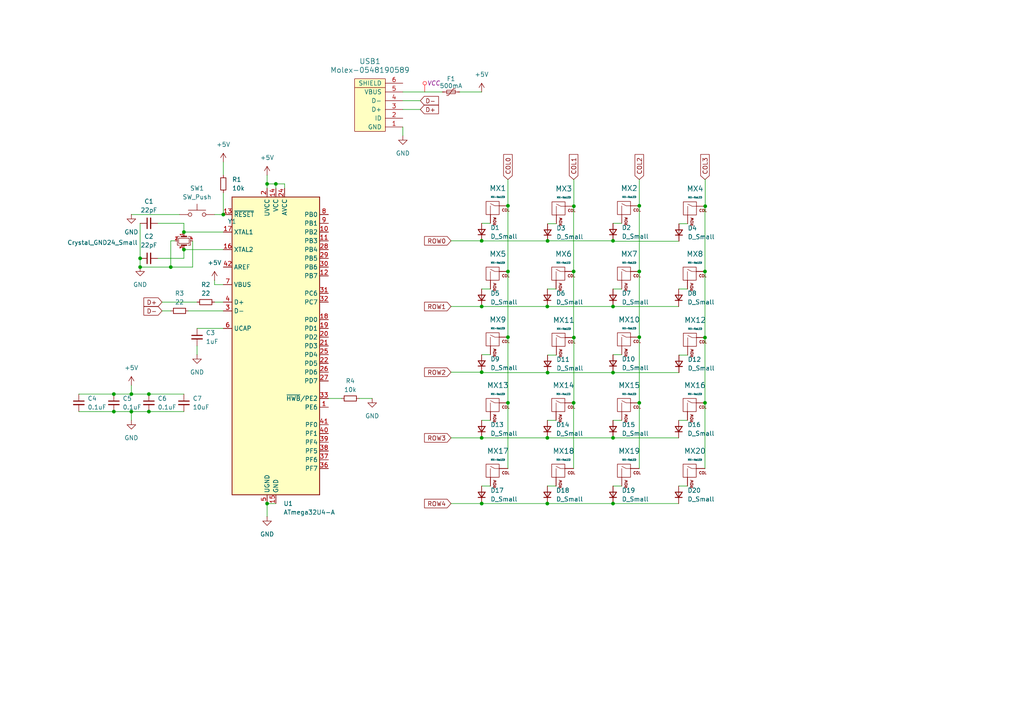
<source format=kicad_sch>
(kicad_sch (version 20231120) (generator "eeschema") (generator_version "8.0")
  (paper "A4")
  (lib_symbols
    (symbol "Device:C_Small" (pin_numbers hide) (pin_names (offset 0.254) hide)
      (property "Reference" "C" (at 0.254 1.778 0))
      (property "Value" "C_Small" (at 0.254 -2.032 0))
      (symbol "C_Small_0_1"
        (polyline (pts (xy -1.524 -0.508) (xy 1.524 -0.508)) (stroke (width 0.3302)))
        (polyline (pts (xy -1.524 0.508) (xy 1.524 0.508)) (stroke (width 0.3048)))
      )
      (symbol "C_Small_1_1"
        (pin passive line (at 0 2.54 270) (length 2.032) (name "~") (number "1"))
        (pin passive line (at 0 -2.54 90) (length 2.032) (name "~") (number "2"))
      )
    )
    (symbol "Device:Crystal_GND24_Small" (pin_names (offset 1.016) hide)
      (property "Reference" "Y" (at 1.27 4.445 0))
      (property "Value" "Crystal_GND24_Small" (at 1.27 2.54 0))
      (symbol "Crystal_GND24_Small_0_1"
        (rectangle (start -0.762 -1.524) (end 0.762 1.524))
        (polyline (pts (xy -1.27 -0.762) (xy -1.27 0.762)) (stroke (width 0.381)))
        (polyline (pts (xy 1.27 -0.762) (xy 1.27 0.762)) (stroke (width 0.381)))
        (polyline (pts (xy -1.27 -1.27) (xy -1.27 -1.905) (xy 1.27 -1.905) (xy 1.27 -1.27)))
        (polyline (pts (xy -1.27 1.27) (xy -1.27 1.905) (xy 1.27 1.905) (xy 1.27 1.27)))
      )
      (symbol "Crystal_GND24_Small_1_1"
        (pin passive line (at -2.54 0 0) (length 1.27) (name "1") (number "1"))
        (pin passive line (at 0 -2.54 90) (length 0.635) (name "2") (number "2"))
        (pin passive line (at 2.54 0 180) (length 1.27) (name "3") (number "3"))
        (pin passive line (at 0 2.54 270) (length 0.635) (name "4") (number "4"))
      )
    )
    (symbol "Device:D_Small" (pin_numbers hide) (pin_names (offset 0.254) hide)
      (property "Reference" "D" (at -1.27 2.032 0))
      (property "Value" "D_Small" (at -3.81 -2.032 0))
      (symbol "D_Small_0_1"
        (polyline (pts (xy -0.762 -1.016) (xy -0.762 1.016)) (stroke (width 0.254)))
        (polyline (pts (xy -0.762 0) (xy 0.762 0)))
        (polyline (pts (xy 0.762 -1.016) (xy -0.762 0) (xy 0.762 1.016) (xy 0.762 -1.016)) (stroke (width 0.254)))
      )
      (symbol "D_Small_1_1"
        (pin passive line (at -2.54 0 0) (length 1.778) (name "K") (number "1"))
        (pin passive line (at 2.54 0 180) (length 1.778) (name "A") (number "2"))
      )
    )
    (symbol "Device:Polyfuse_Small" (pin_numbers hide) (pin_names (offset 0))
      (property "Reference" "F" (at -1.905 0 90))
      (property "Value" "Polyfuse_Small" (at 1.905 0 90))
      (symbol "Polyfuse_Small_0_1"
        (rectangle (start -0.508 1.27) (end 0.508 -1.27))
        (polyline (pts (xy 0 2.54) (xy 0 -2.54)))
        (polyline (pts (xy -1.016 1.27) (xy -1.016 0.762) (xy 1.016 -0.762) (xy 1.016 -1.27)))
      )
      (symbol "Polyfuse_Small_1_1"
        (pin passive line (at 0 2.54 270) (length 0.635) (name "~") (number "1"))
        (pin passive line (at 0 -2.54 90) (length 0.635) (name "~") (number "2"))
      )
    )
    (symbol "Device:R_Small" (pin_numbers hide) (pin_names (offset 0.254) hide)
      (property "Reference" "R" (at 0.762 0.508 0))
      (property "Value" "R_Small" (at 0.762 -1.016 0))
      (symbol "R_Small_0_1"
        (rectangle (start -0.762 1.778) (end 0.762 -1.778) (stroke (width 0.2032)))
      )
      (symbol "R_Small_1_1"
        (pin passive line (at 0 2.54 270) (length 0.762) (name "~") (number "1"))
        (pin passive line (at 0 -2.54 90) (length 0.762) (name "~") (number "2"))
      )
    )
    (symbol "MCU_Microchip_ATmega:ATmega32U4-A"
      (property "Reference" "U" (at -12.7 44.45 0))
      (property "Value" "ATmega32U4-A" (at 2.54 -44.45 0))
      (symbol "ATmega32U4-A_0_1"
        (rectangle (start -12.7 -43.18) (end 12.7 43.18) (stroke (width 0.254)) (fill (type background)))
      )
      (symbol "ATmega32U4-A_1_1"
        (pin bidirectional line (at 15.24 -17.78 180) (length 2.54) (name "PE6") (number "1"))
        (pin bidirectional line (at 15.24 33.02 180) (length 2.54) (name "PB2") (number "10"))
        (pin bidirectional line (at 15.24 30.48 180) (length 2.54) (name "PB3") (number "11"))
        (pin bidirectional line (at 15.24 20.32 180) (length 2.54) (name "PB7") (number "12"))
        (pin input line (at -15.24 38.1 0) (length 2.54) (name "~{RESET}") (number "13"))
        (pin power_in line (at 0 45.72 270) (length 2.54) (name "VCC") (number "14"))
        (pin power_in line (at 0 -45.72 90) (length 2.54) (name "GND") (number "15"))
        (pin output line (at -15.24 27.94 0) (length 2.54) (name "XTAL2") (number "16"))
        (pin input line (at -15.24 33.02 0) (length 2.54) (name "XTAL1") (number "17"))
        (pin bidirectional line (at 15.24 7.62 180) (length 2.54) (name "PD0") (number "18"))
        (pin bidirectional line (at 15.24 5.08 180) (length 2.54) (name "PD1") (number "19"))
        (pin power_in line (at -2.54 45.72 270) (length 2.54) (name "UVCC") (number "2"))
        (pin bidirectional line (at 15.24 2.54 180) (length 2.54) (name "PD2") (number "20"))
        (pin bidirectional line (at 15.24 0 180) (length 2.54) (name "PD3") (number "21"))
        (pin bidirectional line (at 15.24 -5.08 180) (length 2.54) (name "PD5") (number "22"))
        (pin passive line (at 0 -45.72 90) (length 2.54) hide (name "GND") (number "23"))
        (pin power_in line (at 2.54 45.72 270) (length 2.54) (name "AVCC") (number "24"))
        (pin bidirectional line (at 15.24 -2.54 180) (length 2.54) (name "PD4") (number "25"))
        (pin bidirectional line (at 15.24 -7.62 180) (length 2.54) (name "PD6") (number "26"))
        (pin bidirectional line (at 15.24 -10.16 180) (length 2.54) (name "PD7") (number "27"))
        (pin bidirectional line (at 15.24 27.94 180) (length 2.54) (name "PB4") (number "28"))
        (pin bidirectional line (at 15.24 25.4 180) (length 2.54) (name "PB5") (number "29"))
        (pin bidirectional line (at -15.24 10.16 0) (length 2.54) (name "D-") (number "3"))
        (pin bidirectional line (at 15.24 22.86 180) (length 2.54) (name "PB6") (number "30"))
        (pin bidirectional line (at 15.24 15.24 180) (length 2.54) (name "PC6") (number "31"))
        (pin bidirectional line (at 15.24 12.7 180) (length 2.54) (name "PC7") (number "32"))
        (pin bidirectional line (at 15.24 -15.24 180) (length 2.54) (name "~{HWB}/PE2") (number "33"))
        (pin passive line (at 0 45.72 270) (length 2.54) hide (name "VCC") (number "34"))
        (pin passive line (at 0 -45.72 90) (length 2.54) hide (name "GND") (number "35"))
        (pin bidirectional line (at 15.24 -35.56 180) (length 2.54) (name "PF7") (number "36"))
        (pin bidirectional line (at 15.24 -33.02 180) (length 2.54) (name "PF6") (number "37"))
        (pin bidirectional line (at 15.24 -30.48 180) (length 2.54) (name "PF5") (number "38"))
        (pin bidirectional line (at 15.24 -27.94 180) (length 2.54) (name "PF4") (number "39"))
        (pin bidirectional line (at -15.24 12.7 0) (length 2.54) (name "D+") (number "4"))
        (pin bidirectional line (at 15.24 -25.4 180) (length 2.54) (name "PF1") (number "40"))
        (pin bidirectional line (at 15.24 -22.86 180) (length 2.54) (name "PF0") (number "41"))
        (pin passive line (at -15.24 22.86 0) (length 2.54) (name "AREF") (number "42"))
        (pin passive line (at 0 -45.72 90) (length 2.54) hide (name "GND") (number "43"))
        (pin passive line (at 2.54 45.72 270) (length 2.54) hide (name "AVCC") (number "44"))
        (pin passive line (at -2.54 -45.72 90) (length 2.54) (name "UGND") (number "5"))
        (pin passive line (at -15.24 5.08 0) (length 2.54) (name "UCAP") (number "6"))
        (pin input line (at -15.24 17.78 0) (length 2.54) (name "VBUS") (number "7"))
        (pin bidirectional line (at 15.24 38.1 180) (length 2.54) (name "PB0") (number "8"))
        (pin bidirectional line (at 15.24 35.56 180) (length 2.54) (name "PB1") (number "9"))
      )
    )
    (symbol "MX_Alps_Hybrid:MX-NoLED" (pin_names (offset 1.016))
      (property "Reference" "MX" (at -0.635 3.81 0))
      (property "Value" "MX-NoLED" (at -0.635 1.27 0))
      (symbol "MX-NoLED_0_0"
        (rectangle (start -2.54 2.54) (end 1.27 -1.27))
        (polyline (pts (xy -1.27 -1.27) (xy -1.27 1.27)) (stroke (width 0.127)))
        (polyline (pts (xy 1.27 1.27) (xy 0 1.27) (xy -1.27 1.905)) (stroke (width 0.127)))
        (text "COL" (at 3.175 0 0) (effects (font (size 0.762 0.762))))
        (text "ROW" (at 0 -1.905 900) (effects (font (size 0.762 0.762)) (justify right)))
      )
      (symbol "MX-NoLED_1_1"
        (pin passive line (at 3.81 1.27 180) (length 2.54) (name "COL") (number "1"))
        (pin passive line (at -1.27 -3.81 90) (length 2.54) (name "ROW") (number "2"))
      )
    )
    (symbol "Switch:SW_Push" (pin_numbers hide) (pin_names (offset 1.016) hide)
      (property "Reference" "SW" (at 1.27 2.54 0))
      (property "Value" "SW_Push" (at 0 -1.524 0))
      (symbol "SW_Push_0_1"
        (circle (center -2.032 0) (radius 0.508))
        (polyline (pts (xy 0 1.27) (xy 0 3.048)))
        (polyline (pts (xy 2.54 1.27) (xy -2.54 1.27)))
        (circle (center 2.032 0) (radius 0.508))
        (pin passive line (at -5.08 0 0) (length 2.54) (name "1") (number "1"))
        (pin passive line (at 5.08 0 180) (length 2.54) (name "2") (number "2"))
      )
    )
    (symbol "power:+5V" (power) (pin_numbers hide) (pin_names (offset 0) hide)
      (property "Value" "+5V" (at 0 3.556 0))
      (symbol "+5V_0_1"
        (polyline (pts (xy -0.762 1.27) (xy 0 2.54)))
        (polyline (pts (xy 0 0) (xy 0 2.54)))
        (polyline (pts (xy 0 2.54) (xy 0.762 1.27)))
      )
      (symbol "+5V_1_1"
        (pin power_in line (at 0 0 90) (length 0) (name "~") (number "1"))
      )
    )
    (symbol "power:GND" (power) (pin_numbers hide) (pin_names (offset 0) hide)
      (property "Value" "GND" (at 0 -3.81 0))
      (symbol "GND_0_1"
        (polyline (pts (xy 0 0) (xy 0 -1.27) (xy 1.27 -1.27) (xy 0 -2.54) (xy -1.27 -1.27) (xy 0 -1.27)))
      )
      (symbol "GND_1_1"
        (pin power_in line (at 0 0 270) (length 0) (name "~") (number "1"))
      )
    )
    (symbol "random-keyboard-parts:Molex-0548190589" (pin_names (offset 1.016))
      (property "Reference" "USB" (at 0 7.62 0))
      (property "Value" "Molex-0548190589" (at 0 10.16 0))
      (symbol "Molex-0548190589_0_0"
        (polyline (pts (xy 6.35 -2.54) (xy 6.35 6.35)))
        (rectangle (start 8.89 -2.54) (end -6.35 6.35) (fill (type background)))
      )
      (symbol "Molex-0548190589_1_1"
        (pin input line (at -5.08 -7.62 90) (length 5.08) (name "GND") (number "1"))
        (pin input line (at -2.54 -7.62 90) (length 5.08) (name "ID") (number "2"))
        (pin input line (at 0 -7.62 90) (length 5.08) (name "D+") (number "3"))
        (pin input line (at 2.54 -7.62 90) (length 5.08) (name "D-") (number "4"))
        (pin input line (at 5.08 -7.62 90) (length 5.08) (name "VBUS") (number "5"))
        (pin input line (at 7.62 -7.62 90) (length 5.08) (name "SHIELD") (number "6"))
      )
    )
  )
  (junction (at 158.75 127))
  (junction (at 139.7 88.9))
  (junction (at 40.64 74.93))
  (junction (at 185.42 78.74))
  (junction (at 204.5427 59.8122))
  (junction (at 158.8227 69.876))
  (junction (at 80.01 53.34))
  (junction (at 166.37 78.74))
  (junction (at 204.47 78.74))
  (junction (at 139.7 69.85))
  (junction (at 33.02 114.3))
  (junction (at 185.42 116.84))
  (junction (at 53.34 67.31))
  (junction (at 147.32 59.69))
  (junction (at 177.8 69.85))
  (junction (at 158.8227 108.0722))
  (junction (at 177.8 88.9))
  (junction (at 166.4427 59.8122))
  (junction (at 139.7 146.05))
  (junction (at 166.37 116.84))
  (junction (at 64.77 62.23))
  (junction (at 43.18 114.3))
  (junction (at 158.75 88.9))
  (junction (at 38.1 119.38))
  (junction (at 139.7 107.95))
  (junction (at 77.47 146.05))
  (junction (at 166.4427 97.9122))
  (junction (at 40.64 77.47))
  (junction (at 43.18 119.38))
  (junction (at 147.32 97.79))
  (junction (at 177.8 108.0722))
  (junction (at 204.47 97.9122))
  (junction (at 185.42 97.79))
  (junction (at 53.34 72.39))
  (junction (at 158.75 146.05))
  (junction (at 77.47 53.34))
  (junction (at 33.02 119.38))
  (junction (at 139.7 127))
  (junction (at 177.8 146.05))
  (junction (at 147.32 116.84))
  (junction (at 185.42 59.69))
  (junction (at 204.47 116.84))
  (junction (at 49.53 77.47))
  (junction (at 38.1 114.3))
  (junction (at 177.8 127))
  (junction (at 147.32 78.74))
  (wire (pts (xy 204.47 97.9122) (xy 204.47 116.84)))
  (wire (pts (xy 177.8 108.0722) (xy 177.8 107.95)))
  (wire (pts (xy 185.42 116.84) (xy 185.42 135.89)))
  (wire (pts (xy 147.32 116.84) (xy 147.32 135.89)))
  (wire (pts (xy 77.47 146.05) (xy 80.01 146.05)))
  (wire (pts (xy 116.84 29.21) (xy 121.92 29.21)))
  (wire (pts (xy 139.7 88.9) (xy 158.75 88.9)))
  (wire (pts (xy 177.8 127) (xy 196.85 127)))
  (wire (pts (xy 64.77 46.99) (xy 64.77 50.8)))
  (wire (pts (xy 80.01 53.34) (xy 80.01 54.61)))
  (wire (pts (xy 158.8227 108.0722) (xy 139.7 108.0722)))
  (wire (pts (xy 57.15 95.25) (xy 64.77 95.25)))
  (wire (pts (xy 166.4427 116.84) (xy 166.37 116.84)))
  (wire (pts (xy 38.1 114.3) (xy 43.18 114.3)))
  (wire (pts (xy 22.86 114.3) (xy 33.02 114.3)))
  (wire (pts (xy 196.9227 69.9722) (xy 177.8 69.9722)))
  (wire (pts (xy 139.7 102.87) (xy 142.24 102.87)))
  (wire (pts (xy 147.32 59.69) (xy 147.32 78.74)))
  (wire (pts (xy 139.7 121.92) (xy 142.24 121.92)))
  (wire (pts (xy 158.75 127) (xy 177.8 127)))
  (wire (pts (xy 40.64 64.77) (xy 40.64 74.93)))
  (wire (pts (xy 158.8227 108.0722) (xy 177.8 108.0722)))
  (wire (pts (xy 139.7 140.97) (xy 142.24 140.97)))
  (wire (pts (xy 53.34 72.39) (xy 64.77 72.39)))
  (wire (pts (xy 45.72 74.93) (xy 53.34 74.93)))
  (wire (pts (xy 185.42 59.69) (xy 185.42 78.74)))
  (wire (pts (xy 130.81 107.95) (xy 139.7 107.95)))
  (wire (pts (xy 38.1 119.38) (xy 43.18 119.38)))
  (wire (pts (xy 158.75 121.92) (xy 161.29 121.92)))
  (wire (pts (xy 196.9227 102.9922) (xy 199.4627 102.9922)))
  (wire (pts (xy 204.5427 59.8122) (xy 204.5427 52.07)))
  (wire (pts (xy 158.8227 102.9922) (xy 161.3627 102.9922)))
  (wire (pts (xy 82.55 54.61) (xy 82.55 53.34)))
  (wire (pts (xy 166.4427 97.9122) (xy 166.37 97.9122)))
  (wire (pts (xy 158.8227 64.8922) (xy 161.3627 64.8922)))
  (wire (pts (xy 55.88 69.85) (xy 55.88 77.47)))
  (wire (pts (xy 185.42 97.79) (xy 185.42 116.84)))
  (wire (pts (xy 158.8227 69.9722) (xy 158.8227 69.876)))
  (wire (pts (xy 139.7 108.0722) (xy 139.7 107.95)))
  (wire (pts (xy 147.32 78.74) (xy 147.32 97.79)))
  (wire (pts (xy 196.9227 64.8922) (xy 199.4627 64.8922)))
  (wire (pts (xy 104.14 115.57) (xy 107.95 115.57)))
  (wire (pts (xy 54.61 90.17) (xy 64.77 90.17)))
  (wire (pts (xy 204.47 116.84) (xy 204.47 135.89)))
  (wire (pts (xy 204.47 59.8122) (xy 204.5427 59.8122)))
  (wire (pts (xy 196.85 83.82) (xy 199.39 83.82)))
  (wire (pts (xy 53.34 67.31) (xy 64.77 67.31)))
  (wire (pts (xy 139.7 64.77) (xy 142.24 64.77)))
  (wire (pts (xy 116.84 36.83) (xy 116.84 39.37)))
  (wire (pts (xy 177.8 83.82) (xy 180.34 83.82)))
  (wire (pts (xy 62.23 87.63) (xy 64.77 87.63)))
  (wire (pts (xy 130.81 69.85) (xy 139.7 69.85)))
  (wire (pts (xy 38.1 62.23) (xy 52.07 62.23)))
  (wire (pts (xy 166.37 78.74) (xy 166.37 59.8122)))
  (wire (pts (xy 185.42 52.07) (xy 185.42 59.69)))
  (wire (pts (xy 177.8 140.97) (xy 180.34 140.97)))
  (wire (pts (xy 166.37 116.84) (xy 166.37 135.89)))
  (wire (pts (xy 196.85 140.97) (xy 199.39 140.97)))
  (wire (pts (xy 196.85 121.92) (xy 199.39 121.92)))
  (wire (pts (xy 158.8227 69.876) (xy 139.7 69.876)))
  (wire (pts (xy 139.7 83.82) (xy 142.24 83.82)))
  (wire (pts (xy 177.8 102.87) (xy 180.34 102.87)))
  (wire (pts (xy 204.47 78.74) (xy 204.47 59.8122)))
  (wire (pts (xy 139.7 127) (xy 158.75 127)))
  (wire (pts (xy 185.42 78.74) (xy 185.42 97.79)))
  (wire (pts (xy 38.1 111.76) (xy 38.1 114.3)))
  (wire (pts (xy 40.64 77.47) (xy 49.53 77.47)))
  (wire (pts (xy 95.25 115.57) (xy 99.06 115.57)))
  (wire (pts (xy 38.1 119.38) (xy 38.1 121.92)))
  (wire (pts (xy 147.32 97.79) (xy 147.32 116.84)))
  (wire (pts (xy 130.81 88.9) (xy 139.7 88.9)))
  (wire (pts (xy 166.4427 97.9122) (xy 166.4427 116.84)))
  (wire (pts (xy 43.18 119.38) (xy 53.34 119.38)))
  (wire (pts (xy 158.75 146.05) (xy 177.8 146.05)))
  (wire (pts (xy 130.81 146.05) (xy 139.7 146.05)))
  (wire (pts (xy 166.37 59.8122) (xy 166.4427 59.8122)))
  (wire (pts (xy 45.72 64.77) (xy 53.34 64.77)))
  (wire (pts (xy 77.47 53.34) (xy 77.47 54.61)))
  (wire (pts (xy 158.75 83.82) (xy 161.29 83.82)))
  (wire (pts (xy 158.8227 69.85) (xy 177.8 69.85)))
  (wire (pts (xy 139.7 69.876) (xy 139.7 69.85)))
  (wire (pts (xy 116.84 26.67) (xy 128.27 26.67)))
  (wire (pts (xy 62.23 81.28) (xy 62.23 82.55)))
  (wire (pts (xy 77.47 146.05) (xy 77.47 149.86)))
  (wire (pts (xy 177.8 146.05) (xy 196.85 146.05)))
  (wire (pts (xy 204.47 97.9122) (xy 204.5427 97.9122)))
  (wire (pts (xy 64.77 82.55) (xy 62.23 82.55)))
  (wire (pts (xy 166.4427 59.8122) (xy 166.4427 52.07)))
  (wire (pts (xy 130.81 127) (xy 139.7 127)))
  (wire (pts (xy 196.9227 108.0722) (xy 177.8 108.0722)))
  (wire (pts (xy 177.8 88.9) (xy 196.85 88.9)))
  (wire (pts (xy 22.86 119.38) (xy 33.02 119.38)))
  (wire (pts (xy 53.34 67.31) (xy 53.34 64.77)))
  (wire (pts (xy 33.02 119.38) (xy 38.1 119.38)))
  (wire (pts (xy 166.37 97.9122) (xy 166.37 78.74)))
  (wire (pts (xy 50.8 69.85) (xy 49.53 69.85)))
  (wire (pts (xy 177.8 69.9722) (xy 177.8 69.85)))
  (wire (pts (xy 82.55 53.34) (xy 80.01 53.34)))
  (wire (pts (xy 40.64 74.93) (xy 40.64 77.47)))
  (wire (pts (xy 158.8227 69.876) (xy 158.8227 69.85)))
  (wire (pts (xy 177.8 121.92) (xy 180.34 121.92)))
  (wire (pts (xy 49.53 69.85) (xy 49.53 77.47)))
  (wire (pts (xy 33.02 114.3) (xy 38.1 114.3)))
  (wire (pts (xy 53.34 72.39) (xy 53.34 74.93)))
  (wire (pts (xy 133.35 26.67) (xy 139.7 26.67)))
  (wire (pts (xy 147.32 52.07) (xy 147.32 59.69)))
  (wire (pts (xy 116.84 31.75) (xy 121.92 31.75)))
  (wire (pts (xy 139.7 146.05) (xy 158.75 146.05)))
  (wire (pts (xy 177.8 64.77) (xy 180.34 64.77)))
  (wire (pts (xy 64.77 55.88) (xy 64.77 62.23)))
  (wire (pts (xy 204.47 52.07) (xy 204.5427 52.07)))
  (wire (pts (xy 158.75 88.9) (xy 177.8 88.9)))
  (wire (pts (xy 80.01 53.34) (xy 77.47 53.34)))
  (wire (pts (xy 158.75 140.97) (xy 161.29 140.97)))
  (wire (pts (xy 62.23 62.23) (xy 64.77 62.23)))
  (wire (pts (xy 166.37 52.07) (xy 166.4427 52.07)))
  (wire (pts (xy 49.53 77.47) (xy 55.88 77.47)))
  (wire (pts (xy 57.15 100.33) (xy 57.15 102.87)))
  (wire (pts (xy 204.47 78.74) (xy 204.47 97.9122)))
  (wire (pts (xy 77.47 50.8) (xy 77.47 53.34)))
  (wire (pts (xy 46.99 90.17) (xy 49.53 90.17)))
  (wire (pts (xy 46.99 87.63) (xy 57.15 87.63)))
  (wire (pts (xy 43.18 114.3) (xy 53.34 114.3)))
  (global_label "COL0" (shape input) (at 147.32 52.07 90) (property "Intersheetrefs" "${INTERSHEET_REFS}" (effects (hide yes))))
  (global_label "D+" (shape input) (at 121.92 31.75 0) (property "Intersheetrefs" "${INTERSHEET_REFS}" (effects (hide yes))))
  (global_label "D+" (shape input) (at 46.99 87.63 180) (property "Intersheetrefs" "${INTERSHEET_REFS}" (effects (hide yes))))
  (global_label "ROW4" (shape input) (at 130.81 146.05 180) (property "Intersheetrefs" "${INTERSHEET_REFS}" (effects (hide yes))))
  (global_label "ROW3" (shape input) (at 130.81 127 180) (property "Intersheetrefs" "${INTERSHEET_REFS}" (effects (hide yes))))
  (global_label "ROW2" (shape input) (at 130.81 107.95 180) (property "Intersheetrefs" "${INTERSHEET_REFS}" (effects (hide yes))))
  (global_label "COL1" (shape input) (at 166.37 52.07 90) (property "Intersheetrefs" "${INTERSHEET_REFS}" (effects (hide yes))))
  (global_label "ROW1" (shape input) (at 130.81 88.9 180) (property "Intersheetrefs" "${INTERSHEET_REFS}" (effects (hide yes))))
  (global_label "COL2" (shape input) (at 185.42 52.07 90) (property "Intersheetrefs" "${INTERSHEET_REFS}" (effects (hide yes))))
  (global_label "COL3" (shape input) (at 204.47 52.07 90) (property "Intersheetrefs" "${INTERSHEET_REFS}" (effects (hide yes))))
  (global_label "D-" (shape input) (at 46.99 90.17 180) (property "Intersheetrefs" "${INTERSHEET_REFS}" (effects (hide yes))))
  (global_label "ROW0" (shape input) (at 130.81 69.85 180) (property "Intersheetrefs" "${INTERSHEET_REFS}" (effects (hide yes))))
  (global_label "D-" (shape input) (at 121.92 29.21 0) (property "Intersheetrefs" "${INTERSHEET_REFS}" (effects (hide yes))))
  (netclass_flag "" (length 2.54) (shape round) (at 123.19 26.67 0) (property "Netclass" "VCC" (at 123.8885 24.13 0) (effects (font (italic yes)) (justify left))))
  (symbol (lib_id "MX_Alps_Hybrid:MX-NoLED") (at 181.61 80.01 0) (unit 1)
    (property "Reference" "MX7" (at 182.5052 73.66 0) (effects (font (size 1.524 1.524))))
    (property "Value" "MX-NoLED" (at 182.5052 76.2 0) (effects (font (size 0.508 0.508))))
    (property "Footprint" "Resistor_SMD:R_0805_2012Metric" (effects (hide yes)))
  )
  (symbol (lib_id "MX_Alps_Hybrid:MX-NoLED") (at 200.66 80.01 0) (unit 1)
    (property "Reference" "MX8" (at 201.5552 73.66 0) (effects (font (size 1.524 1.524))))
    (property "Value" "MX-NoLED" (at 201.5552 76.2 0) (effects (font (size 0.508 0.508))))
    (property "Footprint" "Resistor_SMD:R_0805_2012Metric" (effects (hide yes)))
  )
  (symbol (lib_id "Device:R_Small") (at 59.69 87.63 90) (unit 1)
    (property "Reference" "R2" (at 59.69 82.55 90))
    (property "Value" "22" (at 59.69 85.09 90))
    (property "Footprint" "Resistor_SMD:R_0805_2012Metric" (effects (hide yes)))
    (property "Description" "Resistor, small symbol" (effects (hide yes)))
  )
  (symbol (lib_id "Device:D_Small") (at 196.85 86.36 90) (unit 1)
    (property "Reference" "D8" (at 199.39 85.0899 90) (effects (justify right)))
    (property "Value" "D_Small" (at 199.39 87.6299 90) (effects (justify right)))
    (property "Footprint" "Diode_SMD:D_SOD-123" (effects (hide yes)))
    (property "Description" "Diode, small symbol" (effects (hide yes)))
    (property "Sim.Device" "D" (effects (hide yes)))
    (property "Sim.Pins" "1=K 2=A" (effects (hide yes)))
  )
  (symbol (lib_id "Device:C_Small") (at 43.18 116.84 0) (unit 1)
    (property "Reference" "C6" (at 45.72 115.5762 0) (effects (justify left)))
    (property "Value" "0.1uF" (at 45.72 118.1162 0) (effects (justify left)))
    (property "Footprint" "Capacitor_SMD:C_0805_2012Metric" (effects (hide yes)))
    (property "Description" "Unpolarized capacitor, small symbol" (effects (hide yes)))
  )
  (symbol (lib_id "Device:C_Small") (at 43.18 64.77 90) (unit 1)
    (property "Reference" "C1" (at 43.1863 58.42 90))
    (property "Value" "22pF" (at 43.1863 60.96 90))
    (property "Footprint" "Capacitor_SMD:C_0805_2012Metric" (effects (hide yes)))
    (property "Description" "Unpolarized capacitor, small symbol" (effects (hide yes)))
  )
  (symbol (lib_id "power:+5V") (at 77.47 50.8 0) (unit 1)
    (property "Reference" "#PWR04" (effects (hide yes)))
    (property "Value" "+5V" (at 77.47 45.72 0))
    (property "Description" "Power symbol creates a global label with name \"+5V\"" (effects (hide yes)))
  )
  (symbol (lib_id "MX_Alps_Hybrid:MX-NoLED") (at 143.51 99.06 0) (unit 1)
    (property "Reference" "MX9" (at 144.4052 92.71 0) (effects (font (size 1.524 1.524))))
    (property "Value" "MX-NoLED" (at 144.4052 95.25 0) (effects (font (size 0.508 0.508))))
    (property "Footprint" "Resistor_SMD:R_0805_2012Metric" (effects (hide yes)))
  )
  (symbol (lib_id "Device:C_Small") (at 22.86 116.84 0) (unit 1)
    (property "Reference" "C4" (at 25.4 115.5762 0) (effects (justify left)))
    (property "Value" "0.1uF" (at 25.4 118.1162 0) (effects (justify left)))
    (property "Footprint" "Capacitor_SMD:C_0805_2012Metric" (effects (hide yes)))
    (property "Description" "Unpolarized capacitor, small symbol" (effects (hide yes)))
  )
  (symbol (lib_id "power:+5V") (at 62.23 81.28 0) (unit 1)
    (property "Reference" "#PWR07" (effects (hide yes)))
    (property "Value" "+5V" (at 62.23 76.2 0))
    (property "Description" "Power symbol creates a global label with name \"+5V\"" (effects (hide yes)))
  )
  (symbol (lib_id "MX_Alps_Hybrid:MX-NoLED") (at 162.6327 61.0822 0) (unit 1)
    (property "Reference" "MX3" (at 163.5279 54.7322 0) (effects (font (size 1.524 1.524))))
    (property "Value" "MX-NoLED" (at 163.5279 57.2722 0) (effects (font (size 0.508 0.508))))
    (property "Footprint" "Resistor_SMD:R_0805_2012Metric" (effects (hide yes)))
  )
  (symbol (lib_id "Device:R_Small") (at 101.6 115.57 90) (unit 1)
    (property "Reference" "R4" (at 101.6 110.49 90))
    (property "Value" "10k" (at 101.6 113.03 90))
    (property "Footprint" "Resistor_SMD:R_0805_2012Metric" (effects (hide yes)))
    (property "Description" "Resistor, small symbol" (effects (hide yes)))
  )
  (symbol (lib_id "MX_Alps_Hybrid:MX-NoLED") (at 162.56 80.01 0) (unit 1)
    (property "Reference" "MX6" (at 163.4552 73.66 0) (effects (font (size 1.524 1.524))))
    (property "Value" "MX-NoLED" (at 163.4552 76.2 0) (effects (font (size 0.508 0.508))))
    (property "Footprint" "Resistor_SMD:R_0805_2012Metric" (effects (hide yes)))
  )
  (symbol (lib_id "MX_Alps_Hybrid:MX-NoLED") (at 200.7327 99.1822 0) (unit 1)
    (property "Reference" "MX12" (at 201.6279 92.8322 0) (effects (font (size 1.524 1.524))))
    (property "Value" "MX-NoLED" (at 201.6279 95.3722 0) (effects (font (size 0.508 0.508))))
    (property "Footprint" "Resistor_SMD:R_0805_2012Metric" (effects (hide yes)))
  )
  (symbol (lib_id "MX_Alps_Hybrid:MX-NoLED") (at 181.61 118.11 0) (unit 1)
    (property "Reference" "MX15" (at 182.5052 111.76 0) (effects (font (size 1.524 1.524))))
    (property "Value" "MX-NoLED" (at 182.5052 114.3 0) (effects (font (size 0.508 0.508))))
    (property "Footprint" "Resistor_SMD:R_0805_2012Metric" (effects (hide yes)))
  )
  (symbol (lib_id "power:+5V") (at 139.7 26.67 0) (unit 1)
    (property "Reference" "#PWR01" (effects (hide yes)))
    (property "Value" "+5V" (at 139.7 21.59 0))
    (property "Description" "Power symbol creates a global label with name \"+5V\"" (effects (hide yes)))
  )
  (symbol (lib_id "Device:D_Small") (at 177.8 105.41 90) (unit 1)
    (property "Reference" "D10" (at 180.34 104.1399 90) (effects (justify right)))
    (property "Value" "D_Small" (at 180.34 106.6799 90) (effects (justify right)))
    (property "Footprint" "Diode_SMD:D_SOD-123" (effects (hide yes)))
    (property "Description" "Diode, small symbol" (effects (hide yes)))
    (property "Sim.Device" "D" (effects (hide yes)))
    (property "Sim.Pins" "1=K 2=A" (effects (hide yes)))
  )
  (symbol (lib_id "MX_Alps_Hybrid:MX-NoLED") (at 181.61 99.06 0) (unit 1)
    (property "Reference" "MX10" (at 182.5052 92.71 0) (effects (font (size 1.524 1.524))))
    (property "Value" "MX-NoLED" (at 182.5052 95.25 0) (effects (font (size 0.508 0.508))))
    (property "Footprint" "Resistor_SMD:R_0805_2012Metric" (effects (hide yes)))
  )
  (symbol (lib_id "Device:D_Small") (at 196.9227 105.5322 90) (unit 1)
    (property "Reference" "D12" (at 199.4627 104.2621 90) (effects (justify right)))
    (property "Value" "D_Small" (at 199.4627 106.8021 90) (effects (justify right)))
    (property "Footprint" "Diode_SMD:D_SOD-123" (effects (hide yes)))
    (property "Description" "Diode, small symbol" (effects (hide yes)))
    (property "Sim.Device" "D" (effects (hide yes)))
    (property "Sim.Pins" "1=K 2=A" (effects (hide yes)))
  )
  (symbol (lib_id "MX_Alps_Hybrid:MX-NoLED") (at 200.66 118.11 0) (unit 1)
    (property "Reference" "MX16" (at 201.5552 111.76 0) (effects (font (size 1.524 1.524))))
    (property "Value" "MX-NoLED" (at 201.5552 114.3 0) (effects (font (size 0.508 0.508))))
    (property "Footprint" "Resistor_SMD:R_0805_2012Metric" (effects (hide yes)))
  )
  (symbol (lib_id "Device:D_Small") (at 196.85 143.51 90) (unit 1)
    (property "Reference" "D20" (at 199.39 142.2399 90) (effects (justify right)))
    (property "Value" "D_Small" (at 199.39 144.7799 90) (effects (justify right)))
    (property "Footprint" "Diode_SMD:D_SOD-123" (effects (hide yes)))
    (property "Description" "Diode, small symbol" (effects (hide yes)))
    (property "Sim.Device" "D" (effects (hide yes)))
    (property "Sim.Pins" "1=K 2=A" (effects (hide yes)))
  )
  (symbol (lib_id "Device:Polyfuse_Small") (at 130.81 26.67 90) (unit 1)
    (property "Reference" "F1" (at 130.81 22.86 90))
    (property "Value" "500mA" (at 130.81 24.892 90))
    (property "Footprint" "Fuse:Fuse_1206_3216Metric" (effects (hide yes)))
    (property "Description" "Resettable fuse, polymeric positive temperature coefficient, small symbol" (effects (hide yes)))
  )
  (symbol (lib_id "Device:D_Small") (at 158.8227 67.4322 90) (unit 1)
    (property "Reference" "D3" (at 161.3627 66.1621 90) (effects (justify right)))
    (property "Value" "D_Small" (at 161.3627 68.7021 90) (effects (justify right)))
    (property "Footprint" "Diode_SMD:D_SOD-123" (effects (hide yes)))
    (property "Description" "Diode, small symbol" (effects (hide yes)))
    (property "Sim.Device" "D" (effects (hide yes)))
    (property "Sim.Pins" "1=K 2=A" (effects (hide yes)))
  )
  (symbol (lib_id "Device:D_Small") (at 158.8227 105.5322 90) (unit 1)
    (property "Reference" "D11" (at 161.3627 104.2621 90) (effects (justify right)))
    (property "Value" "D_Small" (at 161.3627 106.8021 90) (effects (justify right)))
    (property "Footprint" "Diode_SMD:D_SOD-123" (effects (hide yes)))
    (property "Description" "Diode, small symbol" (effects (hide yes)))
    (property "Sim.Device" "D" (effects (hide yes)))
    (property "Sim.Pins" "1=K 2=A" (effects (hide yes)))
  )
  (symbol (lib_id "power:GND") (at 38.1 62.23 0) (unit 1)
    (property "Reference" "#PWR05" (effects (hide yes)))
    (property "Value" "GND" (at 38.1 67.31 0))
    (property "Description" "Power symbol creates a global label with name \"GND\" , ground" (effects (hide yes)))
  )
  (symbol (lib_id "Device:D_Small") (at 196.9227 67.4322 90) (unit 1)
    (property "Reference" "D4" (at 199.4627 66.1621 90) (effects (justify right)))
    (property "Value" "D_Small" (at 199.4627 68.7021 90) (effects (justify right)))
    (property "Footprint" "Diode_SMD:D_SOD-123" (effects (hide yes)))
    (property "Description" "Diode, small symbol" (effects (hide yes)))
    (property "Sim.Device" "D" (effects (hide yes)))
    (property "Sim.Pins" "1=K 2=A" (effects (hide yes)))
  )
  (symbol (lib_id "MCU_Microchip_ATmega:ATmega32U4-A") (at 80.01 100.33 0) (unit 1)
    (property "Reference" "U1" (at 82.2041 146.05 0) (effects (justify left)))
    (property "Value" "ATmega32U4-A" (at 82.2041 148.59 0) (effects (justify left)))
    (property "Footprint" "Package_QFP:TQFP-44_10x10mm_P0.8mm" (effects (hide yes)))
    (property "Datasheet" "http://ww1.microchip.com/downloads/en/DeviceDoc/Atmel-7766-8-bit-AVR-ATmega16U4-32U4_Datasheet.pdf" (effects (hide yes)))
    (property "Description" "16MHz, 32kB Flash, 2.5kB SRAM, 1kB EEPROM, USB 2.0, TQFP-44" (effects (hide yes)))
  )
  (symbol (lib_id "random-keyboard-parts:Molex-0548190589") (at 109.22 31.75 90) (unit 1)
    (property "Reference" "USB1" (at 107.315 17.78 90) (effects (font (size 1.524 1.524))))
    (property "Value" "Molex-0548190589" (at 107.315 20.32 90) (effects (font (size 1.524 1.524))))
    (property "Footprint" "random-keyboard-parts:Molex-0548190589" (effects (hide yes)))
  )
  (symbol (lib_id "Device:D_Small") (at 177.8 124.46 90) (unit 1)
    (property "Reference" "D15" (at 180.34 123.1899 90) (effects (justify right)))
    (property "Value" "D_Small" (at 180.34 125.7299 90) (effects (justify right)))
    (property "Footprint" "Diode_SMD:D_SOD-123" (effects (hide yes)))
    (property "Description" "Diode, small symbol" (effects (hide yes)))
    (property "Sim.Device" "D" (effects (hide yes)))
    (property "Sim.Pins" "1=K 2=A" (effects (hide yes)))
  )
  (symbol (lib_id "MX_Alps_Hybrid:MX-NoLED") (at 143.51 137.16 0) (unit 1)
    (property "Reference" "MX17" (at 144.4052 130.81 0) (effects (font (size 1.524 1.524))))
    (property "Value" "MX-NoLED" (at 144.4052 133.35 0) (effects (font (size 0.508 0.508))))
    (property "Footprint" "Resistor_SMD:R_0805_2012Metric" (effects (hide yes)))
  )
  (symbol (lib_id "MX_Alps_Hybrid:MX-NoLED") (at 200.7327 61.0822 0) (unit 1)
    (property "Reference" "MX4" (at 201.6279 54.7322 0) (effects (font (size 1.524 1.524))))
    (property "Value" "MX-NoLED" (at 201.6279 57.2722 0) (effects (font (size 0.508 0.508))))
    (property "Footprint" "Resistor_SMD:R_0805_2012Metric" (effects (hide yes)))
  )
  (symbol (lib_id "power:GND") (at 107.95 115.57 0) (unit 1)
    (property "Reference" "#PWR010" (effects (hide yes)))
    (property "Value" "GND" (at 107.95 120.65 0))
    (property "Description" "Power symbol creates a global label with name \"GND\" , ground" (effects (hide yes)))
  )
  (symbol (lib_id "MX_Alps_Hybrid:MX-NoLED") (at 143.51 80.01 0) (unit 1)
    (property "Reference" "MX5" (at 144.4052 73.66 0) (effects (font (size 1.524 1.524))))
    (property "Value" "MX-NoLED" (at 144.4052 76.2 0) (effects (font (size 0.508 0.508))))
    (property "Footprint" "Resistor_SMD:R_0805_2012Metric" (effects (hide yes)))
  )
  (symbol (lib_id "Switch:SW_Push") (at 57.15 62.23 0) (unit 1)
    (property "Reference" "SW1" (at 57.15 54.61 0))
    (property "Value" "SW_Push" (at 57.15 57.15 0))
    (property "Footprint" "random-keyboard-parts:SKQG-1155865" (effects (hide yes)))
    (property "Description" "Push button switch, generic, two pins" (effects (hide yes)))
  )
  (symbol (lib_id "Device:C_Small") (at 33.02 116.84 0) (unit 1)
    (property "Reference" "C5" (at 35.56 115.5762 0) (effects (justify left)))
    (property "Value" "0.1uF" (at 35.56 118.1162 0) (effects (justify left)))
    (property "Footprint" "Capacitor_SMD:C_0805_2012Metric" (effects (hide yes)))
    (property "Description" "Unpolarized capacitor, small symbol" (effects (hide yes)))
  )
  (symbol (lib_id "power:GND") (at 77.47 149.86 0) (unit 1)
    (property "Reference" "#PWR012" (effects (hide yes)))
    (property "Value" "GND" (at 77.47 154.94 0))
    (property "Description" "Power symbol creates a global label with name \"GND\" , ground" (effects (hide yes)))
  )
  (symbol (lib_id "Device:R_Small") (at 64.77 53.34 0) (unit 1)
    (property "Reference" "R1" (at 67.31 52.0699 0) (effects (justify left)))
    (property "Value" "10k" (at 67.31 54.6099 0) (effects (justify left)))
    (property "Footprint" "Resistor_SMD:R_0805_2012Metric" (effects (hide yes)))
    (property "Description" "Resistor, small symbol" (effects (hide yes)))
  )
  (symbol (lib_id "power:GND") (at 116.84 39.37 0) (unit 1)
    (property "Reference" "#PWR02" (effects (hide yes)))
    (property "Value" "GND" (at 116.84 44.45 0))
    (property "Description" "Power symbol creates a global label with name \"GND\" , ground" (effects (hide yes)))
  )
  (symbol (lib_id "Device:D_Small") (at 196.85 124.46 90) (unit 1)
    (property "Reference" "D16" (at 199.39 123.1899 90) (effects (justify right)))
    (property "Value" "D_Small" (at 199.39 125.7299 90) (effects (justify right)))
    (property "Footprint" "Diode_SMD:D_SOD-123" (effects (hide yes)))
    (property "Description" "Diode, small symbol" (effects (hide yes)))
    (property "Sim.Device" "D" (effects (hide yes)))
    (property "Sim.Pins" "1=K 2=A" (effects (hide yes)))
  )
  (symbol (lib_id "Device:D_Small") (at 139.7 143.51 90) (unit 1)
    (property "Reference" "D17" (at 142.24 142.2399 90) (effects (justify right)))
    (property "Value" "D_Small" (at 142.24 144.7799 90) (effects (justify right)))
    (property "Footprint" "Diode_SMD:D_SOD-123" (effects (hide yes)))
    (property "Description" "Diode, small symbol" (effects (hide yes)))
    (property "Sim.Device" "D" (effects (hide yes)))
    (property "Sim.Pins" "1=K 2=A" (effects (hide yes)))
  )
  (symbol (lib_id "Device:D_Small") (at 158.75 143.51 90) (unit 1)
    (property "Reference" "D18" (at 161.29 142.2399 90) (effects (justify right)))
    (property "Value" "D_Small" (at 161.29 144.7799 90) (effects (justify right)))
    (property "Footprint" "Diode_SMD:D_SOD-123" (effects (hide yes)))
    (property "Description" "Diode, small symbol" (effects (hide yes)))
    (property "Sim.Device" "D" (effects (hide yes)))
    (property "Sim.Pins" "1=K 2=A" (effects (hide yes)))
  )
  (symbol (lib_id "MX_Alps_Hybrid:MX-NoLED") (at 162.56 118.11 0) (unit 1)
    (property "Reference" "MX14" (at 163.4552 111.76 0) (effects (font (size 1.524 1.524))))
    (property "Value" "MX-NoLED" (at 163.4552 114.3 0) (effects (font (size 0.508 0.508))))
    (property "Footprint" "Resistor_SMD:R_0805_2012Metric" (effects (hide yes)))
  )
  (symbol (lib_id "Device:D_Small") (at 139.7 67.31 90) (unit 1)
    (property "Reference" "D1" (at 142.24 66.0399 90) (effects (justify right)))
    (property "Value" "D_Small" (at 142.24 68.5799 90) (effects (justify right)))
    (property "Footprint" "Diode_SMD:D_SOD-123" (effects (hide yes)))
    (property "Description" "Diode, small symbol" (effects (hide yes)))
    (property "Sim.Device" "D" (effects (hide yes)))
    (property "Sim.Pins" "1=K 2=A" (effects (hide yes)))
  )
  (symbol (lib_id "Device:D_Small") (at 139.7 86.36 90) (unit 1)
    (property "Reference" "D5" (at 142.24 85.0899 90) (effects (justify right)))
    (property "Value" "D_Small" (at 142.24 87.6299 90) (effects (justify right)))
    (property "Footprint" "Diode_SMD:D_SOD-123" (effects (hide yes)))
    (property "Description" "Diode, small symbol" (effects (hide yes)))
    (property "Sim.Device" "D" (effects (hide yes)))
    (property "Sim.Pins" "1=K 2=A" (effects (hide yes)))
  )
  (symbol (lib_id "MX_Alps_Hybrid:MX-NoLED") (at 181.61 137.16 0) (unit 1)
    (property "Reference" "MX19" (at 182.5052 130.81 0) (effects (font (size 1.524 1.524))))
    (property "Value" "MX-NoLED" (at 182.5052 133.35 0) (effects (font (size 0.508 0.508))))
    (property "Footprint" "Resistor_SMD:R_0805_2012Metric" (effects (hide yes)))
  )
  (symbol (lib_id "MX_Alps_Hybrid:MX-NoLED") (at 181.61 60.96 0) (unit 1)
    (property "Reference" "MX2" (at 182.5052 54.61 0) (effects (font (size 1.524 1.524))))
    (property "Value" "MX-NoLED" (at 182.5052 57.15 0) (effects (font (size 0.508 0.508))))
    (property "Footprint" "Resistor_SMD:R_0805_2012Metric" (effects (hide yes)))
  )
  (symbol (lib_id "power:+5V") (at 64.77 46.99 0) (unit 1)
    (property "Reference" "#PWR03" (effects (hide yes)))
    (property "Value" "+5V" (at 64.77 41.91 0))
    (property "Description" "Power symbol creates a global label with name \"+5V\"" (effects (hide yes)))
  )
  (symbol (lib_id "power:+5V") (at 38.1 111.76 0) (unit 1)
    (property "Reference" "#PWR09" (effects (hide yes)))
    (property "Value" "+5V" (at 38.1 106.68 0))
    (property "Description" "Power symbol creates a global label with name \"+5V\"" (effects (hide yes)))
  )
  (symbol (lib_id "MX_Alps_Hybrid:MX-NoLED") (at 143.51 118.11 0) (unit 1)
    (property "Reference" "MX13" (at 144.4052 111.76 0) (effects (font (size 1.524 1.524))))
    (property "Value" "MX-NoLED" (at 144.4052 114.3 0) (effects (font (size 0.508 0.508))))
    (property "Footprint" "Resistor_SMD:R_0805_2012Metric" (effects (hide yes)))
  )
  (symbol (lib_id "Device:Crystal_GND24_Small") (at 53.34 69.85 270) (unit 1)
    (property "Reference" "Y1" (at 67.31 64.2298 90))
    (property "Value" "Crystal_GND24_Small" (at 29.718 70.358 90))
    (property "Footprint" "Crystal:Crystal_SMD_3225-4Pin_3.2x2.5mm" (effects (hide yes)))
    (property "Description" "Four pin crystal, GND on pins 2 and 4, small symbol" (effects (hide yes)))
  )
  (symbol (lib_id "MX_Alps_Hybrid:MX-NoLED") (at 143.51 60.96 0) (unit 1)
    (property "Reference" "MX1" (at 144.4052 54.61 0) (effects (font (size 1.524 1.524))))
    (property "Value" "MX-NoLED" (at 144.4052 57.15 0) (effects (font (size 0.508 0.508))))
    (property "Footprint" "Resistor_SMD:R_0805_2012Metric" (effects (hide yes)))
  )
  (symbol (lib_id "Device:D_Small") (at 158.75 86.36 90) (unit 1)
    (property "Reference" "D6" (at 161.29 85.0899 90) (effects (justify right)))
    (property "Value" "D_Small" (at 161.29 87.6299 90) (effects (justify right)))
    (property "Footprint" "Diode_SMD:D_SOD-123" (effects (hide yes)))
    (property "Description" "Diode, small symbol" (effects (hide yes)))
    (property "Sim.Device" "D" (effects (hide yes)))
    (property "Sim.Pins" "1=K 2=A" (effects (hide yes)))
  )
  (symbol (lib_id "power:GND") (at 57.15 102.87 0) (unit 1)
    (property "Reference" "#PWR08" (effects (hide yes)))
    (property "Value" "GND" (at 57.15 107.95 0))
    (property "Description" "Power symbol creates a global label with name \"GND\" , ground" (effects (hide yes)))
  )
  (symbol (lib_id "MX_Alps_Hybrid:MX-NoLED") (at 200.66 137.16 0) (unit 1)
    (property "Reference" "MX20" (at 201.5552 130.81 0) (effects (font (size 1.524 1.524))))
    (property "Value" "MX-NoLED" (at 201.5552 133.35 0) (effects (font (size 0.508 0.508))))
    (property "Footprint" "Resistor_SMD:R_0805_2012Metric" (effects (hide yes)))
  )
  (symbol (lib_id "power:GND") (at 40.64 77.47 0) (unit 1)
    (property "Reference" "#PWR06" (effects (hide yes)))
    (property "Value" "GND" (at 40.64 82.55 0))
    (property "Description" "Power symbol creates a global label with name \"GND\" , ground" (effects (hide yes)))
  )
  (symbol (lib_id "Device:D_Small") (at 177.8 86.36 90) (unit 1)
    (property "Reference" "D7" (at 180.34 85.0899 90) (effects (justify right)))
    (property "Value" "D_Small" (at 180.34 87.6299 90) (effects (justify right)))
    (property "Footprint" "Diode_SMD:D_SOD-123" (effects (hide yes)))
    (property "Description" "Diode, small symbol" (effects (hide yes)))
    (property "Sim.Device" "D" (effects (hide yes)))
    (property "Sim.Pins" "1=K 2=A" (effects (hide yes)))
  )
  (symbol (lib_id "Device:R_Small") (at 52.07 90.17 90) (unit 1)
    (property "Reference" "R3" (at 52.07 85.09 90))
    (property "Value" "22" (at 52.07 87.63 90))
    (property "Footprint" "Resistor_SMD:R_0805_2012Metric" (effects (hide yes)))
    (property "Description" "Resistor, small symbol" (effects (hide yes)))
  )
  (symbol (lib_id "Device:C_Small") (at 57.15 97.79 0) (unit 1)
    (property "Reference" "C3" (at 59.69 96.5262 0) (effects (justify left)))
    (property "Value" "1uF" (at 59.69 99.0662 0) (effects (justify left)))
    (property "Footprint" "Capacitor_SMD:C_0805_2012Metric" (effects (hide yes)))
    (property "Description" "Unpolarized capacitor, small symbol" (effects (hide yes)))
  )
  (symbol (lib_id "Device:D_Small") (at 177.8 143.51 90) (unit 1)
    (property "Reference" "D19" (at 180.34 142.2399 90) (effects (justify right)))
    (property "Value" "D_Small" (at 180.34 144.7799 90) (effects (justify right)))
    (property "Footprint" "Diode_SMD:D_SOD-123" (effects (hide yes)))
    (property "Description" "Diode, small symbol" (effects (hide yes)))
    (property "Sim.Device" "D" (effects (hide yes)))
    (property "Sim.Pins" "1=K 2=A" (effects (hide yes)))
  )
  (symbol (lib_id "Device:C_Small") (at 43.18 74.93 90) (unit 1)
    (property "Reference" "C2" (at 43.1863 68.58 90))
    (property "Value" "22pF" (at 43.1863 71.12 90))
    (property "Footprint" "Capacitor_SMD:C_0805_2012Metric" (effects (hide yes)))
    (property "Description" "Unpolarized capacitor, small symbol" (effects (hide yes)))
  )
  (symbol (lib_id "Device:C_Small") (at 53.34 116.84 0) (unit 1)
    (property "Reference" "C7" (at 55.88 115.5762 0) (effects (justify left)))
    (property "Value" "10uF" (at 55.88 118.1162 0) (effects (justify left)))
    (property "Footprint" "Capacitor_SMD:C_0805_2012Metric" (effects (hide yes)))
    (property "Description" "Unpolarized capacitor, small symbol" (effects (hide yes)))
  )
  (symbol (lib_id "MX_Alps_Hybrid:MX-NoLED") (at 162.6327 99.1822 0) (unit 1)
    (property "Reference" "MX11" (at 163.5279 92.8322 0) (effects (font (size 1.524 1.524))))
    (property "Value" "MX-NoLED" (at 163.5279 95.3722 0) (effects (font (size 0.508 0.508))))
    (property "Footprint" "Resistor_SMD:R_0805_2012Metric" (effects (hide yes)))
  )
  (symbol (lib_id "power:GND") (at 38.1 121.92 0) (unit 1)
    (property "Reference" "#PWR011" (effects (hide yes)))
    (property "Value" "GND" (at 38.1 127 0))
    (property "Description" "Power symbol creates a global label with name \"GND\" , ground" (effects (hide yes)))
  )
  (symbol (lib_id "Device:D_Small") (at 139.7 105.41 90) (unit 1)
    (property "Reference" "D9" (at 142.24 104.1399 90) (effects (justify right)))
    (property "Value" "D_Small" (at 142.24 106.6799 90) (effects (justify right)))
    (property "Footprint" "Diode_SMD:D_SOD-123" (effects (hide yes)))
    (property "Description" "Diode, small symbol" (effects (hide yes)))
    (property "Sim.Device" "D" (effects (hide yes)))
    (property "Sim.Pins" "1=K 2=A" (effects (hide yes)))
  )
  (symbol (lib_id "Device:D_Small") (at 139.7 124.46 90) (unit 1)
    (property "Reference" "D13" (at 142.24 123.1899 90) (effects (justify right)))
    (property "Value" "D_Small" (at 142.24 125.7299 90) (effects (justify right)))
    (property "Footprint" "Diode_SMD:D_SOD-123" (effects (hide yes)))
    (property "Description" "Diode, small symbol" (effects (hide yes)))
    (property "Sim.Device" "D" (effects (hide yes)))
    (property "Sim.Pins" "1=K 2=A" (effects (hide yes)))
  )
  (symbol (lib_id "Device:D_Small") (at 177.8 67.31 90) (unit 1)
    (property "Reference" "D2" (at 180.34 66.0399 90) (effects (justify right)))
    (property "Value" "D_Small" (at 180.34 68.5799 90) (effects (justify right)))
    (property "Footprint" "Diode_SMD:D_SOD-123" (effects (hide yes)))
    (property "Description" "Diode, small symbol" (effects (hide yes)))
    (property "Sim.Device" "D" (effects (hide yes)))
    (property "Sim.Pins" "1=K 2=A" (effects (hide yes)))
  )
  (symbol (lib_id "MX_Alps_Hybrid:MX-NoLED") (at 162.56 137.16 0) (unit 1)
    (property "Reference" "MX18" (at 163.4552 130.81 0) (effects (font (size 1.524 1.524))))
    (property "Value" "MX-NoLED" (at 163.4552 133.35 0) (effects (font (size 0.508 0.508))))
    (property "Footprint" "Resistor_SMD:R_0805_2012Metric" (effects (hide yes)))
  )
  (symbol (lib_id "Device:D_Small") (at 158.75 124.46 90) (unit 1)
    (property "Reference" "D14" (at 161.29 123.1899 90) (effects (justify right)))
    (property "Value" "D_Small" (at 161.29 125.7299 90) (effects (justify right)))
    (property "Footprint" "Diode_SMD:D_SOD-123" (effects (hide yes)))
    (property "Description" "Diode, small symbol" (effects (hide yes)))
    (property "Sim.Device" "D" (effects (hide yes)))
    (property "Sim.Pins" "1=K 2=A" (effects (hide yes)))
  )
)
</source>
